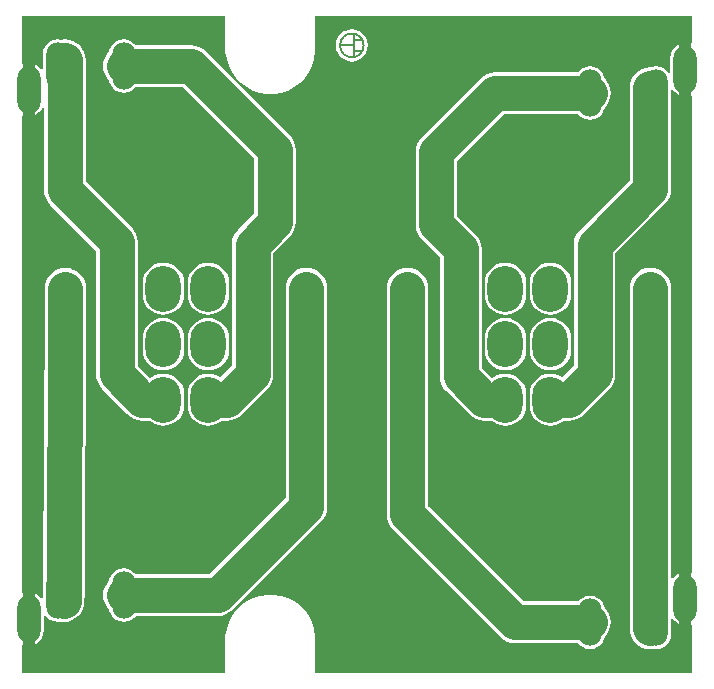
<source format=gtl>
G04*
G04 #@! TF.GenerationSoftware,Altium Limited,Altium Designer,18.1.9 (240)*
G04*
G04 Layer_Physical_Order=1*
G04 Layer_Color=255*
%FSLAX43Y43*%
%MOMM*%
G71*
G01*
G75*
%ADD10C,0.200*%
%ADD14C,3.000*%
%ADD15O,2.000X4.000*%
%ADD16O,3.000X3.900*%
%ADD17C,0.800*%
%ADD18C,3.200*%
G36*
X82562Y79199D02*
X82512Y79165D01*
Y76955D01*
Y74745D01*
X82562Y74711D01*
X82562Y34400D01*
X82512Y34367D01*
Y32156D01*
Y29946D01*
X82562Y29912D01*
Y25900D01*
X50716Y25900D01*
Y28706D01*
X50716D01*
X50704Y29005D01*
X50611Y29596D01*
X50426Y30166D01*
X50154Y30699D01*
X49802Y31184D01*
X49378Y31607D01*
X48894Y31959D01*
X48360Y32231D01*
X47791Y32416D01*
X47199Y32510D01*
X46601D01*
X46009Y32416D01*
X45440Y32231D01*
X44906Y31959D01*
X44422Y31607D01*
X43998Y31184D01*
X43646Y30699D01*
X43374Y30166D01*
X43189Y29596D01*
X43096Y29005D01*
X43084Y28706D01*
X43084D01*
Y25900D01*
X25900Y25900D01*
Y28212D01*
X25950Y28246D01*
Y30456D01*
Y32667D01*
X25900Y32700D01*
X25900Y73011D01*
X25950Y73045D01*
Y75255D01*
Y77465D01*
X25900Y77499D01*
Y81511D01*
X43084Y81511D01*
Y78706D01*
X43084D01*
X43096Y78406D01*
X43189Y77815D01*
X43374Y77245D01*
X43646Y76712D01*
X43998Y76227D01*
X44422Y75804D01*
X44906Y75452D01*
X45440Y75180D01*
X46009Y74995D01*
X46601Y74901D01*
X47199D01*
X47791Y74995D01*
X48360Y75180D01*
X48894Y75452D01*
X49378Y75804D01*
X49802Y76227D01*
X50154Y76712D01*
X50426Y77245D01*
X50611Y77815D01*
X50704Y78406D01*
X50716Y78706D01*
X50716D01*
Y81511D01*
X82562Y81511D01*
Y79199D01*
D02*
G37*
%LPC*%
G36*
X53800Y80366D02*
X53447Y80319D01*
X53219Y80225D01*
X53212Y80223D01*
X53206Y80219D01*
X53117Y80183D01*
X52834Y79966D01*
X52617Y79683D01*
X52481Y79353D01*
X52434Y79000D01*
X52481Y78647D01*
X52617Y78317D01*
X52834Y78034D01*
X53117Y77817D01*
X53447Y77681D01*
X53800Y77634D01*
X54153Y77681D01*
X54483Y77817D01*
X54766Y78034D01*
X54983Y78317D01*
X55119Y78647D01*
X55166Y79000D01*
X55119Y79353D01*
X54983Y79683D01*
X54766Y79966D01*
X54483Y80183D01*
X54394Y80219D01*
X54388Y80223D01*
X54381Y80225D01*
X54153Y80319D01*
X53800Y80366D01*
D02*
G37*
G36*
X28900Y79520D02*
X28573Y79477D01*
X28268Y79350D01*
X28006Y79149D01*
X27805Y78887D01*
X27678Y78582D01*
X27635Y78255D01*
Y76979D01*
X27508Y76936D01*
X27344Y77149D01*
X27082Y77350D01*
X26950Y77405D01*
Y75255D01*
Y73105D01*
X27082Y73160D01*
X27344Y73361D01*
X27545Y73623D01*
X27611Y73780D01*
X27738Y73755D01*
Y66745D01*
X27771Y66401D01*
X27872Y66071D01*
X28035Y65766D01*
X28254Y65499D01*
X32138Y61615D01*
Y51150D01*
X32171Y50806D01*
X32272Y50476D01*
X32435Y50171D01*
X32654Y49904D01*
X34803Y47755D01*
X34803Y47755D01*
X35070Y47536D01*
X35375Y47373D01*
X35705Y47272D01*
X36049Y47239D01*
X36680D01*
X36867Y47086D01*
X37172Y46923D01*
X37502Y46822D01*
X37846Y46789D01*
X38190Y46822D01*
X38520Y46923D01*
X38825Y47086D01*
X39092Y47305D01*
X39311Y47572D01*
X39474Y47877D01*
X39575Y48207D01*
X39608Y48551D01*
Y49451D01*
X39575Y49795D01*
X39474Y50125D01*
X39311Y50430D01*
X39092Y50697D01*
X38825Y50916D01*
X38520Y51079D01*
X38190Y51180D01*
X37846Y51213D01*
X37502Y51180D01*
X37172Y51079D01*
X36867Y50916D01*
X36735Y50808D01*
X35662Y51880D01*
Y62345D01*
X35662Y62345D01*
X35629Y62689D01*
X35528Y63019D01*
X35365Y63324D01*
X35146Y63591D01*
X35146Y63591D01*
X31262Y67475D01*
Y77750D01*
X31229Y78094D01*
X31128Y78424D01*
X30965Y78729D01*
X30746Y78996D01*
X30479Y79215D01*
X30174Y79378D01*
X29844Y79479D01*
X29500Y79512D01*
X29189Y79482D01*
X28900Y79520D01*
D02*
G37*
G36*
X81512Y79105D02*
X81380Y79050D01*
X81118Y78849D01*
X80917Y78587D01*
X80790Y78282D01*
X80747Y77955D01*
Y76679D01*
X80620Y76636D01*
X80456Y76849D01*
X80194Y77050D01*
X79889Y77177D01*
X79562Y77220D01*
X79235Y77177D01*
X79176Y77153D01*
X79075Y77162D01*
X78731Y77129D01*
X78401Y77028D01*
X78096Y76865D01*
X77829Y76646D01*
X77610Y76379D01*
X77447Y76074D01*
X77346Y75744D01*
X77313Y75400D01*
Y67588D01*
X73114Y63389D01*
X72895Y63122D01*
X72732Y62817D01*
X72631Y62487D01*
X72597Y62143D01*
Y51880D01*
X71616Y50899D01*
X71595Y50916D01*
X71290Y51079D01*
X70960Y51180D01*
X70616Y51213D01*
X70272Y51180D01*
X69941Y51079D01*
X69637Y50916D01*
X69370Y50697D01*
X69151Y50430D01*
X68988Y50125D01*
X68887Y49795D01*
X68853Y49451D01*
Y48551D01*
X68887Y48207D01*
X68988Y47877D01*
X69151Y47572D01*
X69370Y47305D01*
X69637Y47086D01*
X69941Y46923D01*
X70272Y46822D01*
X70616Y46789D01*
X70960Y46822D01*
X71290Y46923D01*
X71595Y47086D01*
X71782Y47239D01*
X72211D01*
X72555Y47272D01*
X72885Y47373D01*
X73190Y47536D01*
X73457Y47755D01*
X75606Y49904D01*
X75825Y50171D01*
X75988Y50476D01*
X76089Y50806D01*
X76122Y51150D01*
Y61413D01*
X80321Y65612D01*
X80321Y65612D01*
X80540Y65879D01*
X80703Y66184D01*
X80804Y66514D01*
X80837Y66858D01*
X80837Y66858D01*
Y75217D01*
X80964Y75260D01*
X81118Y75061D01*
X81380Y74860D01*
X81512Y74805D01*
Y76955D01*
Y79105D01*
D02*
G37*
G36*
X73962Y77220D02*
X73635Y77177D01*
X73330Y77050D01*
X73068Y76849D01*
X72966Y76717D01*
X65955D01*
X65611Y76684D01*
X65281Y76583D01*
X64976Y76420D01*
X64709Y76201D01*
X59714Y71206D01*
X59495Y70939D01*
X59332Y70634D01*
X59231Y70304D01*
X59197Y69960D01*
Y63840D01*
X59231Y63496D01*
X59332Y63166D01*
X59495Y62861D01*
X59714Y62594D01*
X61253Y61054D01*
Y50994D01*
X61287Y50650D01*
X61388Y50320D01*
X61551Y50015D01*
X61770Y49748D01*
X63763Y47755D01*
X64030Y47536D01*
X64334Y47373D01*
X64665Y47272D01*
X65009Y47239D01*
X65640D01*
X65827Y47086D01*
X66131Y46923D01*
X66462Y46822D01*
X66806Y46789D01*
X67150Y46822D01*
X67480Y46923D01*
X67785Y47086D01*
X68052Y47305D01*
X68271Y47572D01*
X68434Y47877D01*
X68535Y48207D01*
X68568Y48551D01*
Y49451D01*
X68535Y49795D01*
X68434Y50125D01*
X68271Y50430D01*
X68052Y50697D01*
X67785Y50916D01*
X67480Y51079D01*
X67150Y51180D01*
X66806Y51213D01*
X66462Y51180D01*
X66131Y51079D01*
X65827Y50916D01*
X65695Y50808D01*
X64778Y51724D01*
Y61784D01*
X64778Y61784D01*
X64745Y62128D01*
X64644Y62458D01*
X64481Y62763D01*
X64262Y63030D01*
X62722Y64570D01*
Y69230D01*
X66685Y73193D01*
X72966D01*
X73068Y73061D01*
X73330Y72860D01*
X73635Y72733D01*
X73962Y72690D01*
X74289Y72733D01*
X74594Y72860D01*
X74856Y73061D01*
X75057Y73323D01*
X75184Y73628D01*
X75193Y73696D01*
X75208Y73709D01*
X75427Y73976D01*
X75590Y74281D01*
X75691Y74611D01*
X75724Y74955D01*
X75691Y75299D01*
X75590Y75629D01*
X75427Y75934D01*
X75208Y76201D01*
X75193Y76214D01*
X75184Y76282D01*
X75057Y76587D01*
X74856Y76849D01*
X74594Y77050D01*
X74289Y77177D01*
X73962Y77220D01*
D02*
G37*
G36*
X70616Y60611D02*
X70272Y60578D01*
X69941Y60477D01*
X69637Y60314D01*
X69370Y60095D01*
X69151Y59828D01*
X68988Y59523D01*
X68887Y59193D01*
X68853Y58849D01*
Y57949D01*
X68887Y57605D01*
X68988Y57275D01*
X69151Y56970D01*
X69370Y56703D01*
X69637Y56484D01*
X69941Y56321D01*
X70272Y56220D01*
X70616Y56187D01*
X70960Y56220D01*
X71290Y56321D01*
X71595Y56484D01*
X71862Y56703D01*
X72081Y56970D01*
X72244Y57275D01*
X72345Y57605D01*
X72378Y57949D01*
Y58849D01*
X72345Y59193D01*
X72244Y59523D01*
X72081Y59828D01*
X71862Y60095D01*
X71595Y60314D01*
X71290Y60477D01*
X70960Y60578D01*
X70616Y60611D01*
D02*
G37*
G36*
X66806D02*
X66462Y60578D01*
X66131Y60477D01*
X65827Y60314D01*
X65560Y60095D01*
X65341Y59828D01*
X65178Y59523D01*
X65077Y59193D01*
X65043Y58849D01*
Y57949D01*
X65077Y57605D01*
X65178Y57275D01*
X65341Y56970D01*
X65560Y56703D01*
X65827Y56484D01*
X66131Y56321D01*
X66462Y56220D01*
X66806Y56187D01*
X67150Y56220D01*
X67480Y56321D01*
X67785Y56484D01*
X68052Y56703D01*
X68271Y56970D01*
X68434Y57275D01*
X68535Y57605D01*
X68568Y57949D01*
Y58849D01*
X68535Y59193D01*
X68434Y59523D01*
X68271Y59828D01*
X68052Y60095D01*
X67785Y60314D01*
X67480Y60477D01*
X67150Y60578D01*
X66806Y60611D01*
D02*
G37*
G36*
X41656D02*
X41312Y60578D01*
X40982Y60477D01*
X40677Y60314D01*
X40410Y60095D01*
X40191Y59828D01*
X40028Y59523D01*
X39927Y59193D01*
X39894Y58849D01*
Y57949D01*
X39927Y57605D01*
X40028Y57275D01*
X40191Y56970D01*
X40410Y56703D01*
X40677Y56484D01*
X40982Y56321D01*
X41312Y56220D01*
X41656Y56187D01*
X42000Y56220D01*
X42330Y56321D01*
X42635Y56484D01*
X42902Y56703D01*
X43121Y56970D01*
X43284Y57275D01*
X43385Y57605D01*
X43418Y57949D01*
Y58849D01*
X43385Y59193D01*
X43284Y59523D01*
X43121Y59828D01*
X42902Y60095D01*
X42635Y60314D01*
X42330Y60477D01*
X42000Y60578D01*
X41656Y60611D01*
D02*
G37*
G36*
X37846D02*
X37502Y60578D01*
X37172Y60477D01*
X36867Y60314D01*
X36600Y60095D01*
X36381Y59828D01*
X36218Y59523D01*
X36117Y59193D01*
X36084Y58849D01*
Y57949D01*
X36117Y57605D01*
X36218Y57275D01*
X36381Y56970D01*
X36600Y56703D01*
X36867Y56484D01*
X37172Y56321D01*
X37502Y56220D01*
X37846Y56187D01*
X38190Y56220D01*
X38520Y56321D01*
X38825Y56484D01*
X39092Y56703D01*
X39311Y56970D01*
X39474Y57275D01*
X39575Y57605D01*
X39608Y57949D01*
Y58849D01*
X39575Y59193D01*
X39474Y59523D01*
X39311Y59828D01*
X39092Y60095D01*
X38825Y60314D01*
X38520Y60477D01*
X38190Y60578D01*
X37846Y60611D01*
D02*
G37*
G36*
X70616Y55912D02*
X70272Y55879D01*
X69941Y55778D01*
X69637Y55615D01*
X69370Y55396D01*
X69151Y55129D01*
X68988Y54824D01*
X68887Y54494D01*
X68853Y54150D01*
Y53250D01*
X68887Y52906D01*
X68988Y52576D01*
X69151Y52271D01*
X69370Y52004D01*
X69637Y51785D01*
X69941Y51622D01*
X70272Y51521D01*
X70616Y51488D01*
X70960Y51521D01*
X71290Y51622D01*
X71595Y51785D01*
X71862Y52004D01*
X72081Y52271D01*
X72244Y52576D01*
X72345Y52906D01*
X72378Y53250D01*
Y54150D01*
X72345Y54494D01*
X72244Y54824D01*
X72081Y55129D01*
X71862Y55396D01*
X71595Y55615D01*
X71290Y55778D01*
X70960Y55879D01*
X70616Y55912D01*
D02*
G37*
G36*
X66806D02*
X66462Y55879D01*
X66131Y55778D01*
X65827Y55615D01*
X65560Y55396D01*
X65341Y55129D01*
X65178Y54824D01*
X65077Y54494D01*
X65043Y54150D01*
Y53250D01*
X65077Y52906D01*
X65178Y52576D01*
X65341Y52271D01*
X65560Y52004D01*
X65827Y51785D01*
X66131Y51622D01*
X66462Y51521D01*
X66806Y51488D01*
X67150Y51521D01*
X67480Y51622D01*
X67785Y51785D01*
X68052Y52004D01*
X68271Y52271D01*
X68434Y52576D01*
X68535Y52906D01*
X68568Y53250D01*
Y54150D01*
X68535Y54494D01*
X68434Y54824D01*
X68271Y55129D01*
X68052Y55396D01*
X67785Y55615D01*
X67480Y55778D01*
X67150Y55879D01*
X66806Y55912D01*
D02*
G37*
G36*
X41656D02*
X41312Y55879D01*
X40982Y55778D01*
X40677Y55615D01*
X40410Y55396D01*
X40191Y55129D01*
X40028Y54824D01*
X39927Y54494D01*
X39894Y54150D01*
Y53250D01*
X39927Y52906D01*
X40028Y52576D01*
X40191Y52271D01*
X40410Y52004D01*
X40677Y51785D01*
X40982Y51622D01*
X41312Y51521D01*
X41656Y51488D01*
X42000Y51521D01*
X42330Y51622D01*
X42635Y51785D01*
X42902Y52004D01*
X43121Y52271D01*
X43284Y52576D01*
X43385Y52906D01*
X43418Y53250D01*
Y54150D01*
X43385Y54494D01*
X43284Y54824D01*
X43121Y55129D01*
X42902Y55396D01*
X42635Y55615D01*
X42330Y55778D01*
X42000Y55879D01*
X41656Y55912D01*
D02*
G37*
G36*
X37846D02*
X37502Y55879D01*
X37172Y55778D01*
X36867Y55615D01*
X36600Y55396D01*
X36381Y55129D01*
X36218Y54824D01*
X36117Y54494D01*
X36084Y54150D01*
Y53250D01*
X36117Y52906D01*
X36218Y52576D01*
X36381Y52271D01*
X36600Y52004D01*
X36867Y51785D01*
X37172Y51622D01*
X37502Y51521D01*
X37846Y51488D01*
X38190Y51521D01*
X38520Y51622D01*
X38825Y51785D01*
X39092Y52004D01*
X39311Y52271D01*
X39474Y52576D01*
X39575Y52906D01*
X39608Y53250D01*
Y54150D01*
X39575Y54494D01*
X39474Y54824D01*
X39311Y55129D01*
X39092Y55396D01*
X38825Y55615D01*
X38520Y55778D01*
X38190Y55879D01*
X37846Y55912D01*
D02*
G37*
G36*
X34500Y79520D02*
X34173Y79477D01*
X33868Y79350D01*
X33606Y79149D01*
X33405Y78887D01*
X33278Y78582D01*
X33269Y78514D01*
X33254Y78501D01*
X33035Y78234D01*
X32872Y77929D01*
X32771Y77599D01*
X32738Y77255D01*
X32771Y76911D01*
X32872Y76581D01*
X33035Y76276D01*
X33254Y76009D01*
X33269Y75996D01*
X33278Y75928D01*
X33405Y75623D01*
X33606Y75361D01*
X33868Y75160D01*
X34173Y75033D01*
X34500Y74990D01*
X34827Y75033D01*
X35132Y75160D01*
X35394Y75361D01*
X35496Y75493D01*
X39490D01*
X45538Y69445D01*
Y64773D01*
X44154Y63389D01*
X43935Y63122D01*
X43772Y62817D01*
X43671Y62487D01*
X43638Y62143D01*
Y51880D01*
X42656Y50899D01*
X42635Y50916D01*
X42330Y51079D01*
X42000Y51180D01*
X41656Y51213D01*
X41312Y51180D01*
X40982Y51079D01*
X40677Y50916D01*
X40410Y50697D01*
X40191Y50430D01*
X40028Y50125D01*
X39927Y49795D01*
X39894Y49451D01*
Y48551D01*
X39927Y48207D01*
X40028Y47877D01*
X40191Y47572D01*
X40410Y47305D01*
X40677Y47086D01*
X40982Y46923D01*
X41312Y46822D01*
X41656Y46789D01*
X42000Y46822D01*
X42330Y46923D01*
X42635Y47086D01*
X42822Y47239D01*
X43251D01*
X43595Y47272D01*
X43925Y47373D01*
X44230Y47536D01*
X44497Y47755D01*
X46646Y49904D01*
X46865Y50171D01*
X47028Y50476D01*
X47129Y50806D01*
X47162Y51150D01*
Y61413D01*
X48546Y62797D01*
X48546Y62797D01*
X48765Y63064D01*
X48928Y63369D01*
X49029Y63699D01*
X49062Y64043D01*
X49062Y64043D01*
Y70175D01*
X49062Y70175D01*
X49029Y70519D01*
X48928Y70849D01*
X48765Y71154D01*
X48546Y71421D01*
X41466Y78501D01*
X41199Y78720D01*
X40894Y78883D01*
X40564Y78984D01*
X40220Y79017D01*
X35496D01*
X35394Y79149D01*
X35132Y79350D01*
X34827Y79477D01*
X34500Y79520D01*
D02*
G37*
G36*
X49952Y60161D02*
X49608Y60128D01*
X49278Y60027D01*
X48973Y59864D01*
X48706Y59645D01*
X48487Y59378D01*
X48324Y59073D01*
X48223Y58743D01*
X48190Y58399D01*
Y57423D01*
Y40682D01*
X41726Y34219D01*
X35496D01*
X35394Y34351D01*
X35132Y34552D01*
X34827Y34678D01*
X34500Y34721D01*
X34173Y34678D01*
X33868Y34552D01*
X33606Y34351D01*
X33405Y34089D01*
X33278Y33784D01*
X33269Y33715D01*
X33254Y33703D01*
X33035Y33435D01*
X32872Y33131D01*
X32771Y32800D01*
X32738Y32456D01*
X32771Y32112D01*
X32872Y31782D01*
X33035Y31477D01*
X33254Y31210D01*
X33269Y31197D01*
X33278Y31129D01*
X33405Y30824D01*
X33606Y30562D01*
X33868Y30361D01*
X34173Y30235D01*
X34500Y30191D01*
X34827Y30235D01*
X35132Y30361D01*
X35394Y30562D01*
X35496Y30694D01*
X42456D01*
X42800Y30728D01*
X43131Y30828D01*
X43435Y30991D01*
X43703Y31210D01*
X51198Y38706D01*
X51417Y38973D01*
X51580Y39278D01*
X51681Y39608D01*
X51714Y39952D01*
Y57423D01*
Y58399D01*
X51681Y58743D01*
X51580Y59073D01*
X51417Y59378D01*
X51198Y59645D01*
X50931Y59864D01*
X50626Y60027D01*
X50296Y60128D01*
X49952Y60161D01*
D02*
G37*
G36*
X29559Y60162D02*
X29215Y60130D01*
X28884Y60032D01*
X28578Y59870D01*
X28310Y59653D01*
X28090Y59387D01*
X27925Y59083D01*
X27823Y58753D01*
X27788Y58417D01*
X27788Y58409D01*
X27785Y57917D01*
Y57917D01*
X27782Y57433D01*
X27647Y33542D01*
X27635Y33456D01*
Y32180D01*
X27508Y32137D01*
X27344Y32351D01*
X27082Y32552D01*
X26950Y32606D01*
Y30456D01*
Y28306D01*
X27082Y28361D01*
X27344Y28562D01*
X27545Y28824D01*
X27672Y29129D01*
X27715Y29456D01*
Y30732D01*
X27842Y30775D01*
X28006Y30562D01*
X28268Y30361D01*
X28573Y30235D01*
X28900Y30191D01*
X29101Y30218D01*
X29390Y30188D01*
X29734Y30220D01*
X30065Y30318D01*
X30371Y30479D01*
X30639Y30697D01*
X30860Y30963D01*
X31024Y31266D01*
X31127Y31597D01*
X31162Y31940D01*
X31165Y32443D01*
X31307Y57413D01*
X31310Y57897D01*
X31312Y58389D01*
X31312Y58390D01*
X31312Y58390D01*
X31312Y58391D01*
X31281Y58723D01*
X31281Y58733D01*
X31281Y58733D01*
X31280Y58735D01*
X31182Y59066D01*
X31020Y59372D01*
X30803Y59640D01*
X30537Y59860D01*
X30233Y60025D01*
X29903Y60127D01*
X29559Y60162D01*
D02*
G37*
G36*
X79075Y60162D02*
X78731Y60129D01*
X78401Y60028D01*
X78096Y59865D01*
X77829Y59646D01*
X77610Y59379D01*
X77447Y59074D01*
X77346Y58744D01*
X77313Y58400D01*
Y57423D01*
Y29650D01*
X77346Y29306D01*
X77447Y28976D01*
X77610Y28671D01*
X77829Y28404D01*
X78096Y28185D01*
X78401Y28022D01*
X78731Y27921D01*
X79075Y27888D01*
X79371Y27917D01*
X79562Y27891D01*
X79889Y27935D01*
X80194Y28061D01*
X80456Y28262D01*
X80657Y28524D01*
X80784Y28829D01*
X80827Y29156D01*
Y29541D01*
X80837Y29650D01*
Y30418D01*
X80964Y30461D01*
X81118Y30262D01*
X81380Y30061D01*
X81512Y30006D01*
Y32156D01*
Y34306D01*
X81380Y34252D01*
X81118Y34051D01*
X80964Y33851D01*
X80837Y33894D01*
Y57423D01*
Y58400D01*
X80804Y58744D01*
X80703Y59074D01*
X80540Y59379D01*
X80321Y59646D01*
X80054Y59865D01*
X79749Y60028D01*
X79419Y60129D01*
X79075Y60162D01*
D02*
G37*
G36*
X58510Y60161D02*
X58166Y60128D01*
X57835Y60027D01*
X57531Y59864D01*
X57264Y59645D01*
X57045Y59378D01*
X56882Y59073D01*
X56781Y58743D01*
X56747Y58399D01*
Y57423D01*
Y39290D01*
X56781Y38946D01*
X56882Y38616D01*
X57045Y38311D01*
X57264Y38044D01*
X66397Y28910D01*
X66397Y28910D01*
X66665Y28691D01*
X66969Y28528D01*
X67300Y28428D01*
X67644Y28394D01*
X72966D01*
X73068Y28262D01*
X73330Y28061D01*
X73635Y27935D01*
X73962Y27891D01*
X74289Y27935D01*
X74594Y28061D01*
X74856Y28262D01*
X75057Y28524D01*
X75184Y28829D01*
X75193Y28897D01*
X75208Y28910D01*
X75427Y29177D01*
X75590Y29482D01*
X75691Y29812D01*
X75724Y30156D01*
X75691Y30500D01*
X75590Y30831D01*
X75427Y31135D01*
X75208Y31403D01*
X75193Y31415D01*
X75184Y31484D01*
X75057Y31789D01*
X74856Y32051D01*
X74594Y32252D01*
X74289Y32378D01*
X73962Y32421D01*
X73635Y32378D01*
X73330Y32252D01*
X73068Y32051D01*
X72966Y31919D01*
X68374D01*
X60272Y40020D01*
Y57423D01*
Y58399D01*
X60239Y58743D01*
X60138Y59073D01*
X59975Y59378D01*
X59756Y59645D01*
X59489Y59864D01*
X59184Y60027D01*
X58854Y60128D01*
X58510Y60161D01*
D02*
G37*
%LPD*%
D10*
X54800Y79000D02*
G03*
X54800Y79000I-1000J0D01*
G01*
X53973Y79450D02*
X54690D01*
X53973Y78550D02*
X54690D01*
X52800Y79000D02*
X53970D01*
Y78020D02*
Y79980D01*
D14*
X29500Y66745D02*
Y77750D01*
X29547Y57915D02*
X29550Y58399D01*
X29547Y57915D02*
Y57915D01*
X29547Y57907D02*
X29547Y57915D01*
X29547Y57907D02*
Y57907D01*
X29544Y57423D02*
X29547Y57907D01*
X29403Y32453D02*
X29544Y57423D01*
X29400Y31950D02*
X29403Y32453D01*
X49952Y57423D02*
Y57910D01*
Y58399D01*
X79075Y57423D02*
Y58399D01*
Y29650D02*
Y57423D01*
X58510D02*
Y58399D01*
X79075Y66858D02*
Y75400D01*
X29550Y58399D02*
X29550Y58400D01*
X49952Y39952D02*
Y57423D01*
X79075Y58399D02*
Y58400D01*
X58510Y39290D02*
Y57423D01*
X60960Y63840D02*
X63016Y61784D01*
Y50994D02*
Y61784D01*
Y50994D02*
X65009Y49001D01*
X58510Y39290D02*
X67644Y30156D01*
X42456Y32456D02*
X49952Y39952D01*
X60960Y69960D02*
X65955Y74955D01*
X60960Y63840D02*
Y69960D01*
X45400Y62143D02*
X47300Y64043D01*
Y70175D01*
X74360Y62143D02*
X79075Y66858D01*
X70616Y49001D02*
X72211D01*
X74360Y51150D01*
Y62143D01*
X65009Y49001D02*
X66806D01*
X36049D02*
X37846D01*
X33900Y51150D02*
X36049Y49001D01*
X33900Y51150D02*
Y62345D01*
X45400Y51150D02*
Y62143D01*
X43251Y49001D02*
X45400Y51150D01*
X41656Y49001D02*
X43251D01*
X29500Y66745D02*
X33900Y62345D01*
X67644Y30156D02*
X73962D01*
X34500Y32456D02*
X42456D01*
X65955Y74955D02*
X73962D01*
X34500Y77255D02*
X40220D01*
X47300Y70175D01*
D15*
X82012Y32156D02*
D03*
X79562Y30156D02*
D03*
X73962D02*
D03*
X26450Y30456D02*
D03*
X28900Y32456D02*
D03*
X34500D02*
D03*
X73962Y74955D02*
D03*
X79562D02*
D03*
X82012Y76955D02*
D03*
X34500Y77255D02*
D03*
X28900D02*
D03*
X26450Y75255D02*
D03*
D16*
X66806Y53700D02*
D03*
Y49001D02*
D03*
Y58399D02*
D03*
X70616D02*
D03*
Y49001D02*
D03*
Y53700D02*
D03*
X37846D02*
D03*
Y58399D02*
D03*
Y49001D02*
D03*
X41656D02*
D03*
Y58399D02*
D03*
Y53700D02*
D03*
D17*
X31900Y44800D02*
D03*
X31300Y61000D02*
D03*
X76700Y44800D02*
D03*
Y56000D02*
D03*
X58800Y62800D02*
D03*
X60700Y56000D02*
D03*
X47700D02*
D03*
X60862Y50200D02*
D03*
Y46700D02*
D03*
X64462D02*
D03*
X44000D02*
D03*
X47600D02*
D03*
Y50200D02*
D03*
X78231Y58889D02*
D03*
X78230Y57912D02*
D03*
X79921Y57910D02*
D03*
X79075Y57423D02*
D03*
Y59377D02*
D03*
X79920Y58888D02*
D03*
X57666Y58889D02*
D03*
X57665Y57912D02*
D03*
X59356Y57910D02*
D03*
X58510Y57423D02*
D03*
Y59377D02*
D03*
X59355Y58888D02*
D03*
X49108Y58889D02*
D03*
X49107Y57912D02*
D03*
X50798Y57910D02*
D03*
X49952Y57423D02*
D03*
Y59377D02*
D03*
X50797Y58888D02*
D03*
X30395D02*
D03*
X29550Y59377D02*
D03*
Y57423D02*
D03*
X30396Y57910D02*
D03*
X28705Y57912D02*
D03*
X28706Y58889D02*
D03*
X79075Y58399D02*
D03*
X29550D02*
D03*
X58510D02*
D03*
X49952D02*
D03*
X34400Y41900D02*
D03*
X49400Y62900D02*
D03*
X64650Y77150D02*
D03*
X59400Y72150D02*
D03*
X59650Y34150D02*
D03*
X54150Y30400D02*
D03*
Y35900D02*
D03*
Y41400D02*
D03*
Y76150D02*
D03*
Y69900D02*
D03*
Y62900D02*
D03*
Y46900D02*
D03*
X47150Y33400D02*
D03*
X42400Y29650D02*
D03*
X32150Y30400D02*
D03*
Y35150D02*
D03*
X47400Y41000D02*
D03*
X44900Y38400D02*
D03*
X41400Y34900D02*
D03*
X32150Y39400D02*
D03*
X35900Y64400D02*
D03*
X74150Y41900D02*
D03*
X61100Y40500D02*
D03*
X63900Y37400D02*
D03*
X68900Y32650D02*
D03*
X76400Y32150D02*
D03*
Y39150D02*
D03*
Y72150D02*
D03*
Y77150D02*
D03*
X72900Y64400D02*
D03*
X76400Y67900D02*
D03*
X63900Y64400D02*
D03*
X63650Y69400D02*
D03*
X66900Y72400D02*
D03*
X47650Y73900D02*
D03*
X39900Y46900D02*
D03*
X68650D02*
D03*
Y60650D02*
D03*
Y51400D02*
D03*
Y56150D02*
D03*
X39900Y51400D02*
D03*
Y56150D02*
D03*
Y60900D02*
D03*
X44650Y65150D02*
D03*
X41900Y71650D02*
D03*
X44900Y68900D02*
D03*
X39150Y74650D02*
D03*
X32150Y67900D02*
D03*
Y75150D02*
D03*
X81812Y72150D02*
D03*
Y37400D02*
D03*
Y42364D02*
D03*
Y47329D02*
D03*
Y52293D02*
D03*
Y57257D02*
D03*
Y62221D02*
D03*
Y67186D02*
D03*
X26650Y65186D02*
D03*
Y60221D02*
D03*
Y55257D02*
D03*
Y50293D02*
D03*
Y45329D02*
D03*
Y40364D02*
D03*
Y35400D02*
D03*
Y70150D02*
D03*
X61633Y80900D02*
D03*
X56549D02*
D03*
X66716D02*
D03*
X51466D02*
D03*
X71799D02*
D03*
X76883D02*
D03*
X81966D02*
D03*
Y26511D02*
D03*
X76883D02*
D03*
X71799D02*
D03*
X51466D02*
D03*
X66716D02*
D03*
X56549D02*
D03*
X61633D02*
D03*
X26650D02*
D03*
X42400D02*
D03*
X31900D02*
D03*
X37150D02*
D03*
Y80900D02*
D03*
X31900D02*
D03*
X42400D02*
D03*
X26650D02*
D03*
X54150Y56150D02*
D03*
Y51400D02*
D03*
D18*
X68231Y67706D02*
D03*
X40231D02*
D03*
X68231Y39706D02*
D03*
X40231D02*
D03*
M02*

</source>
